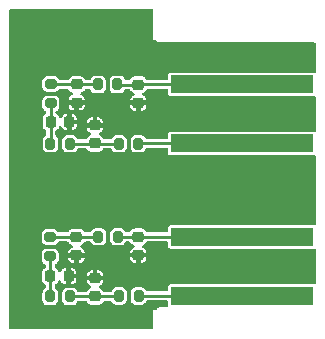
<source format=gbl>
G04 #@! TF.GenerationSoftware,KiCad,Pcbnew,(6.0.0)*
G04 #@! TF.CreationDate,2022-02-22T08:31:50+01:00*
G04 #@! TF.ProjectId,FilterDaughterboard,46696c74-6572-4446-9175-676874657262,rev?*
G04 #@! TF.SameCoordinates,Original*
G04 #@! TF.FileFunction,Copper,L4,Bot*
G04 #@! TF.FilePolarity,Positive*
%FSLAX46Y46*%
G04 Gerber Fmt 4.6, Leading zero omitted, Abs format (unit mm)*
G04 Created by KiCad (PCBNEW (6.0.0)) date 2022-02-22 08:31:50*
%MOMM*%
%LPD*%
G01*
G04 APERTURE LIST*
G04 Aperture macros list*
%AMRoundRect*
0 Rectangle with rounded corners*
0 $1 Rounding radius*
0 $2 $3 $4 $5 $6 $7 $8 $9 X,Y pos of 4 corners*
0 Add a 4 corners polygon primitive as box body*
4,1,4,$2,$3,$4,$5,$6,$7,$8,$9,$2,$3,0*
0 Add four circle primitives for the rounded corners*
1,1,$1+$1,$2,$3*
1,1,$1+$1,$4,$5*
1,1,$1+$1,$6,$7*
1,1,$1+$1,$8,$9*
0 Add four rect primitives between the rounded corners*
20,1,$1+$1,$2,$3,$4,$5,0*
20,1,$1+$1,$4,$5,$6,$7,0*
20,1,$1+$1,$6,$7,$8,$9,0*
20,1,$1+$1,$8,$9,$2,$3,0*%
G04 Aperture macros list end*
G04 #@! TA.AperFunction,SMDPad,CuDef*
%ADD10R,10.000000X1.500000*%
G04 #@! TD*
G04 #@! TA.AperFunction,SMDPad,CuDef*
%ADD11R,11.999999X1.500000*%
G04 #@! TD*
G04 #@! TA.AperFunction,SMDPad,CuDef*
%ADD12RoundRect,0.225000X0.250000X-0.225000X0.250000X0.225000X-0.250000X0.225000X-0.250000X-0.225000X0*%
G04 #@! TD*
G04 #@! TA.AperFunction,SMDPad,CuDef*
%ADD13RoundRect,0.225000X-0.225000X-0.250000X0.225000X-0.250000X0.225000X0.250000X-0.225000X0.250000X0*%
G04 #@! TD*
G04 #@! TA.AperFunction,SMDPad,CuDef*
%ADD14RoundRect,0.200000X-0.200000X-0.275000X0.200000X-0.275000X0.200000X0.275000X-0.200000X0.275000X0*%
G04 #@! TD*
G04 #@! TA.AperFunction,SMDPad,CuDef*
%ADD15RoundRect,0.200000X-0.275000X0.200000X-0.275000X-0.200000X0.275000X-0.200000X0.275000X0.200000X0*%
G04 #@! TD*
G04 #@! TA.AperFunction,SMDPad,CuDef*
%ADD16RoundRect,0.200000X0.200000X0.275000X-0.200000X0.275000X-0.200000X-0.275000X0.200000X-0.275000X0*%
G04 #@! TD*
G04 #@! TA.AperFunction,SMDPad,CuDef*
%ADD17RoundRect,0.225000X-0.250000X0.225000X-0.250000X-0.225000X0.250000X-0.225000X0.250000X0.225000X0*%
G04 #@! TD*
G04 #@! TA.AperFunction,ViaPad*
%ADD18C,0.762000*%
G04 #@! TD*
G04 #@! TA.AperFunction,Conductor*
%ADD19C,0.254000*%
G04 #@! TD*
G04 APERTURE END LIST*
D10*
X104612200Y-127787400D03*
D11*
X103612200Y-130287400D03*
X103612200Y-132787400D03*
X103612200Y-135287400D03*
X103612200Y-140687400D03*
X103612200Y-143187400D03*
X103612200Y-145687400D03*
X103612200Y-148187400D03*
D12*
X91150000Y-135285000D03*
X91150000Y-133735000D03*
D13*
X87365000Y-146510000D03*
X88915000Y-146510000D03*
D14*
X87385000Y-135300000D03*
X89035000Y-135300000D03*
D15*
X87420000Y-130245000D03*
X87420000Y-131895000D03*
D16*
X93045000Y-130290000D03*
X91395000Y-130290000D03*
D14*
X93195000Y-148200000D03*
X94845000Y-148200000D03*
X87365000Y-148240000D03*
X89015000Y-148240000D03*
D15*
X87370000Y-143205000D03*
X87370000Y-144855000D03*
D13*
X87425000Y-133470000D03*
X88975000Y-133470000D03*
D17*
X94830000Y-130295000D03*
X94830000Y-131845000D03*
X94820000Y-143185000D03*
X94820000Y-144735000D03*
D14*
X93175000Y-135300000D03*
X94825000Y-135300000D03*
D12*
X91160000Y-148235000D03*
X91160000Y-146685000D03*
D16*
X93095000Y-143180000D03*
X91445000Y-143180000D03*
D17*
X89600000Y-130285000D03*
X89600000Y-131835000D03*
X89590000Y-143195000D03*
X89590000Y-144745000D03*
D18*
X88520000Y-131550000D03*
X103590000Y-137940000D03*
X92190000Y-134040000D03*
X90010000Y-134030000D03*
X90670000Y-131550000D03*
X93760000Y-131550000D03*
X105770000Y-137940000D03*
X88524078Y-144410000D03*
X93770000Y-144410000D03*
X92380000Y-146680000D03*
X87000000Y-137940000D03*
X89900000Y-129150000D03*
X92260000Y-129110000D03*
X89180000Y-137940000D03*
X94450000Y-137940000D03*
X90090000Y-141790000D03*
X92270000Y-137940000D03*
X92270000Y-141800000D03*
X90640000Y-144410000D03*
X90020000Y-146790000D03*
D19*
X94837600Y-135287400D02*
X94825000Y-135300000D01*
X103612200Y-135287400D02*
X94837600Y-135287400D01*
X87425000Y-133470000D02*
X87425000Y-135260000D01*
X87420000Y-133465000D02*
X87425000Y-133470000D01*
X87420000Y-131895000D02*
X87420000Y-133465000D01*
X87425000Y-135260000D02*
X87385000Y-135300000D01*
X89600000Y-130285000D02*
X87460000Y-130285000D01*
X91395000Y-130290000D02*
X89605000Y-130290000D01*
X87460000Y-130285000D02*
X87420000Y-130245000D01*
X89605000Y-130290000D02*
X89600000Y-130285000D01*
X94857600Y-148187400D02*
X103612200Y-148187400D01*
X94845000Y-148200000D02*
X94857600Y-148187400D01*
X94837600Y-130287400D02*
X94830000Y-130295000D01*
X93050000Y-130295000D02*
X93045000Y-130290000D01*
X103612200Y-130287400D02*
X94837600Y-130287400D01*
X94830000Y-130295000D02*
X93050000Y-130295000D01*
X94822400Y-143187400D02*
X94820000Y-143185000D01*
X93100000Y-143185000D02*
X93095000Y-143180000D01*
X94820000Y-143185000D02*
X93100000Y-143185000D01*
X103612200Y-143187400D02*
X94822400Y-143187400D01*
X93175000Y-135300000D02*
X91165000Y-135300000D01*
X91135000Y-135300000D02*
X91150000Y-135285000D01*
X89035000Y-135300000D02*
X91135000Y-135300000D01*
X91165000Y-135300000D02*
X91150000Y-135285000D01*
X91160000Y-148235000D02*
X93160000Y-148235000D01*
X91155000Y-148240000D02*
X91160000Y-148235000D01*
X89015000Y-148240000D02*
X91155000Y-148240000D01*
X93160000Y-148235000D02*
X93195000Y-148200000D01*
X87365000Y-146510000D02*
X87365000Y-148240000D01*
X87370000Y-146505000D02*
X87365000Y-146510000D01*
X87370000Y-144855000D02*
X87370000Y-146505000D01*
X89590000Y-143195000D02*
X91430000Y-143195000D01*
X87380000Y-143195000D02*
X87370000Y-143205000D01*
X89590000Y-143195000D02*
X87380000Y-143195000D01*
X91430000Y-143195000D02*
X91445000Y-143180000D01*
G04 #@! TA.AperFunction,Conductor*
G36*
X97299823Y-148588902D02*
G01*
X97346316Y-148642558D01*
X97357702Y-148694900D01*
X97357702Y-148962466D01*
X97358909Y-148968534D01*
X97358909Y-148968535D01*
X97368911Y-149018820D01*
X97362582Y-149089534D01*
X97319027Y-149145601D01*
X97245332Y-149169400D01*
X96602670Y-149169400D01*
X96563122Y-149169365D01*
X96563120Y-149169365D01*
X96548933Y-149169353D01*
X96536143Y-149175495D01*
X96532074Y-149176419D01*
X96521272Y-149180192D01*
X96517516Y-149181999D01*
X96503679Y-149185156D01*
X96492581Y-149194000D01*
X96488491Y-149195968D01*
X96479727Y-149201466D01*
X96476178Y-149204289D01*
X96463387Y-149210431D01*
X96454526Y-149221511D01*
X96451266Y-149224104D01*
X96443160Y-149232196D01*
X96440560Y-149235453D01*
X96429463Y-149244296D01*
X96423299Y-149257074D01*
X96420472Y-149260616D01*
X96414953Y-149269381D01*
X96412980Y-149273462D01*
X96404118Y-149284544D01*
X96400938Y-149298372D01*
X96397135Y-149306239D01*
X96349479Y-149358864D01*
X96283695Y-149377400D01*
X95580200Y-149377400D01*
X95580200Y-148568900D01*
X97231702Y-148568900D01*
X97299823Y-148588902D01*
G37*
G04 #@! TD.AperFunction*
G04 #@! TA.AperFunction,Conductor*
G36*
X97299823Y-143588902D02*
G01*
X97346316Y-143642558D01*
X97357702Y-143694900D01*
X97357702Y-143962466D01*
X97372467Y-144036701D01*
X97428717Y-144120884D01*
X97512900Y-144177134D01*
X97587134Y-144191900D01*
X103611713Y-144191900D01*
X109637265Y-144191899D01*
X109670834Y-144185222D01*
X109699621Y-144179497D01*
X109770335Y-144185826D01*
X109826401Y-144229382D01*
X109850200Y-144303076D01*
X109850200Y-147071724D01*
X109830198Y-147139845D01*
X109776542Y-147186338D01*
X109699619Y-147195303D01*
X109637266Y-147182900D01*
X103612688Y-147182900D01*
X97587135Y-147182901D01*
X97551383Y-147190012D01*
X97525075Y-147195244D01*
X97525073Y-147195245D01*
X97512900Y-147197666D01*
X97502580Y-147204561D01*
X97502579Y-147204562D01*
X97442186Y-147244916D01*
X97428717Y-147253916D01*
X97372467Y-147338099D01*
X97357701Y-147412333D01*
X97357701Y-147679900D01*
X97337699Y-147748021D01*
X97284043Y-147794514D01*
X97231701Y-147805900D01*
X95580200Y-147805900D01*
X95580200Y-143568900D01*
X97231702Y-143568900D01*
X97299823Y-143588902D01*
G37*
G04 #@! TD.AperFunction*
G04 #@! TA.AperFunction,Conductor*
G36*
X97299823Y-135688902D02*
G01*
X97346316Y-135742558D01*
X97357702Y-135794900D01*
X97357702Y-136062466D01*
X97372467Y-136136701D01*
X97428717Y-136220884D01*
X97512900Y-136277134D01*
X97587134Y-136291900D01*
X103611713Y-136291900D01*
X109637265Y-136291899D01*
X109670834Y-136285222D01*
X109699621Y-136279497D01*
X109770335Y-136285826D01*
X109826401Y-136329382D01*
X109850200Y-136403076D01*
X109850200Y-142071724D01*
X109830198Y-142139845D01*
X109776542Y-142186338D01*
X109699619Y-142195303D01*
X109637266Y-142182900D01*
X103612688Y-142182900D01*
X97587135Y-142182901D01*
X97551383Y-142190012D01*
X97525075Y-142195244D01*
X97525073Y-142195245D01*
X97512900Y-142197666D01*
X97502580Y-142204561D01*
X97502579Y-142204562D01*
X97442186Y-142244916D01*
X97428717Y-142253916D01*
X97372467Y-142338099D01*
X97357701Y-142412333D01*
X97357701Y-142679900D01*
X97337699Y-142748021D01*
X97284043Y-142794514D01*
X97231701Y-142805900D01*
X95580200Y-142805900D01*
X95580200Y-135668900D01*
X97231702Y-135668900D01*
X97299823Y-135688902D01*
G37*
G04 #@! TD.AperFunction*
G04 #@! TA.AperFunction,Conductor*
G36*
X97299823Y-130688902D02*
G01*
X97346316Y-130742558D01*
X97357702Y-130794900D01*
X97357702Y-131062466D01*
X97372467Y-131136701D01*
X97428717Y-131220884D01*
X97512900Y-131277134D01*
X97587134Y-131291900D01*
X103611713Y-131291900D01*
X109637265Y-131291899D01*
X109670834Y-131285222D01*
X109699621Y-131279497D01*
X109770335Y-131285826D01*
X109826401Y-131329382D01*
X109850200Y-131403076D01*
X109850200Y-134171724D01*
X109830198Y-134239845D01*
X109776542Y-134286338D01*
X109699619Y-134295303D01*
X109637266Y-134282900D01*
X103612688Y-134282900D01*
X97587135Y-134282901D01*
X97551383Y-134290012D01*
X97525075Y-134295244D01*
X97525073Y-134295245D01*
X97512900Y-134297666D01*
X97502580Y-134304561D01*
X97502579Y-134304562D01*
X97442186Y-134344916D01*
X97428717Y-134353916D01*
X97372467Y-134438099D01*
X97357701Y-134512333D01*
X97357701Y-134779900D01*
X97337699Y-134848021D01*
X97284043Y-134894514D01*
X97231701Y-134905900D01*
X95580200Y-134905900D01*
X95580200Y-130668900D01*
X97231702Y-130668900D01*
X97299823Y-130688902D01*
G37*
G04 #@! TD.AperFunction*
G04 #@! TA.AperFunction,Conductor*
G36*
X96351859Y-126537402D02*
G01*
X96397274Y-126588759D01*
X96400800Y-126596085D01*
X96403956Y-126609921D01*
X96412800Y-126621019D01*
X96414768Y-126625109D01*
X96420266Y-126633873D01*
X96423089Y-126637422D01*
X96429231Y-126650213D01*
X96440311Y-126659074D01*
X96442904Y-126662334D01*
X96450996Y-126670440D01*
X96454253Y-126673040D01*
X96463096Y-126684137D01*
X96475874Y-126690301D01*
X96479416Y-126693128D01*
X96488182Y-126698648D01*
X96492264Y-126700621D01*
X96503344Y-126709482D01*
X96517169Y-126712661D01*
X96520923Y-126714476D01*
X96531727Y-126718270D01*
X96535792Y-126719201D01*
X96548570Y-126725364D01*
X96572501Y-126725385D01*
X96572499Y-126727608D01*
X96572567Y-126727623D01*
X96572567Y-126725400D01*
X96589730Y-126725400D01*
X96643146Y-126725447D01*
X96643467Y-126725447D01*
X96643565Y-126725400D01*
X109724200Y-126725400D01*
X109792321Y-126745402D01*
X109838814Y-126799058D01*
X109850200Y-126851400D01*
X109850200Y-129171724D01*
X109830198Y-129239845D01*
X109776542Y-129286338D01*
X109699619Y-129295303D01*
X109637266Y-129282900D01*
X103612687Y-129282900D01*
X97587135Y-129282901D01*
X97551383Y-129290012D01*
X97525075Y-129295244D01*
X97525073Y-129295245D01*
X97512900Y-129297666D01*
X97502580Y-129304561D01*
X97502579Y-129304562D01*
X97442186Y-129344916D01*
X97428717Y-129353916D01*
X97372467Y-129438099D01*
X97357701Y-129512333D01*
X97357701Y-129779900D01*
X97337699Y-129848021D01*
X97284043Y-129894514D01*
X97231701Y-129905900D01*
X95580200Y-129905900D01*
X95580200Y-126517400D01*
X96283738Y-126517400D01*
X96351859Y-126537402D01*
G37*
G04 #@! TD.AperFunction*
G04 #@! TA.AperFunction,Conductor*
G36*
X96030321Y-123921202D02*
G01*
X96076814Y-123974858D01*
X96088200Y-124027200D01*
X96088200Y-129779900D01*
X96068198Y-129848021D01*
X96014542Y-129894514D01*
X95962200Y-129905900D01*
X95615653Y-129905900D01*
X95547532Y-129885898D01*
X95506680Y-129842068D01*
X95504917Y-129837365D01*
X95499535Y-129830183D01*
X95427923Y-129734633D01*
X95422544Y-129727456D01*
X95372554Y-129689990D01*
X95319817Y-129650465D01*
X95319814Y-129650463D01*
X95312635Y-129645083D01*
X95304230Y-129641932D01*
X95191419Y-129599642D01*
X95191418Y-129599642D01*
X95184024Y-129596870D01*
X95176174Y-129596017D01*
X95176173Y-129596017D01*
X95128786Y-129590869D01*
X95128785Y-129590869D01*
X95125389Y-129590500D01*
X94830044Y-129590500D01*
X94534612Y-129590501D01*
X94531218Y-129590870D01*
X94531212Y-129590870D01*
X94483834Y-129596016D01*
X94483830Y-129596017D01*
X94475976Y-129596870D01*
X94383335Y-129631599D01*
X94359684Y-129640465D01*
X94347365Y-129645083D01*
X94340186Y-129650463D01*
X94340183Y-129650465D01*
X94287446Y-129689990D01*
X94237456Y-129727456D01*
X94155083Y-129837365D01*
X94151931Y-129845772D01*
X94150709Y-129848005D01*
X94100452Y-129898153D01*
X94040187Y-129913500D01*
X93780390Y-129913500D01*
X93712269Y-129893498D01*
X93665776Y-129839842D01*
X93661507Y-129829248D01*
X93654331Y-129808812D01*
X93654329Y-129808808D01*
X93651209Y-129799924D01*
X93570010Y-129689990D01*
X93460076Y-129608791D01*
X93331127Y-129563507D01*
X93323485Y-129562785D01*
X93323482Y-129562784D01*
X93308579Y-129561376D01*
X93299315Y-129560500D01*
X93045172Y-129560500D01*
X92790686Y-129560501D01*
X92787738Y-129560780D01*
X92787729Y-129560780D01*
X92766522Y-129562784D01*
X92766520Y-129562784D01*
X92758873Y-129563507D01*
X92629924Y-129608791D01*
X92519990Y-129689990D01*
X92438791Y-129799924D01*
X92393507Y-129928873D01*
X92390500Y-129960685D01*
X92390501Y-130619314D01*
X92393507Y-130651127D01*
X92438791Y-130780076D01*
X92519990Y-130890010D01*
X92629924Y-130971209D01*
X92758873Y-131016493D01*
X92766515Y-131017215D01*
X92766518Y-131017216D01*
X92781421Y-131018624D01*
X92790685Y-131019500D01*
X93044828Y-131019500D01*
X93299314Y-131019499D01*
X93302262Y-131019220D01*
X93302271Y-131019220D01*
X93323478Y-131017216D01*
X93323480Y-131017216D01*
X93331127Y-131016493D01*
X93460076Y-130971209D01*
X93570010Y-130890010D01*
X93651209Y-130780076D01*
X93654329Y-130771192D01*
X93654331Y-130771188D01*
X93657997Y-130760748D01*
X93699441Y-130703104D01*
X93765471Y-130677017D01*
X93776878Y-130676500D01*
X94040187Y-130676500D01*
X94108308Y-130696502D01*
X94150709Y-130741995D01*
X94151931Y-130744228D01*
X94155083Y-130752635D01*
X94237456Y-130862544D01*
X94244633Y-130867923D01*
X94340183Y-130939535D01*
X94340186Y-130939537D01*
X94347365Y-130944917D01*
X94355769Y-130948067D01*
X94355770Y-130948068D01*
X94432532Y-130976844D01*
X94489297Y-131019485D01*
X94513997Y-131086046D01*
X94498790Y-131155395D01*
X94448504Y-131205514D01*
X94430053Y-131213708D01*
X94383986Y-131229886D01*
X94367521Y-131238603D01*
X94277935Y-131304772D01*
X94264772Y-131317935D01*
X94198603Y-131407521D01*
X94189885Y-131423988D01*
X94152410Y-131530700D01*
X94149142Y-131545592D01*
X94147279Y-131565307D01*
X94147000Y-131571221D01*
X94147000Y-131626885D01*
X94151475Y-131642124D01*
X94152865Y-131643329D01*
X94160548Y-131645000D01*
X95494884Y-131645000D01*
X95510123Y-131640525D01*
X95511328Y-131639135D01*
X95512999Y-131631452D01*
X95512999Y-131571225D01*
X95512720Y-131565301D01*
X95510858Y-131545596D01*
X95507589Y-131530697D01*
X95470115Y-131423988D01*
X95461397Y-131407521D01*
X95395228Y-131317935D01*
X95382065Y-131304772D01*
X95292479Y-131238603D01*
X95276014Y-131229886D01*
X95229947Y-131213708D01*
X95172302Y-131172265D01*
X95146215Y-131106235D01*
X95159966Y-131036583D01*
X95209192Y-130985422D01*
X95227468Y-130976844D01*
X95304230Y-130948068D01*
X95304231Y-130948067D01*
X95312635Y-130944917D01*
X95319814Y-130939537D01*
X95319817Y-130939535D01*
X95415367Y-130867923D01*
X95422544Y-130862544D01*
X95504917Y-130752635D01*
X95508069Y-130744227D01*
X95512377Y-130736358D01*
X95515230Y-130737920D01*
X95548299Y-130693902D01*
X95614862Y-130669206D01*
X95623635Y-130668900D01*
X95962200Y-130668900D01*
X96030321Y-130688902D01*
X96076814Y-130742558D01*
X96088200Y-130794900D01*
X96088200Y-134779900D01*
X96068198Y-134848021D01*
X96014542Y-134894514D01*
X95962200Y-134905900D01*
X95554209Y-134905900D01*
X95486088Y-134885898D01*
X95439595Y-134832242D01*
X95435328Y-134821653D01*
X95434330Y-134818811D01*
X95431209Y-134809924D01*
X95350010Y-134699990D01*
X95240076Y-134618791D01*
X95111127Y-134573507D01*
X95103485Y-134572785D01*
X95103482Y-134572784D01*
X95088579Y-134571376D01*
X95079315Y-134570500D01*
X94825172Y-134570500D01*
X94570686Y-134570501D01*
X94567738Y-134570780D01*
X94567729Y-134570780D01*
X94546522Y-134572784D01*
X94546520Y-134572784D01*
X94538873Y-134573507D01*
X94409924Y-134618791D01*
X94299990Y-134699990D01*
X94218791Y-134809924D01*
X94173507Y-134938873D01*
X94170500Y-134970685D01*
X94170501Y-135629314D01*
X94170780Y-135632262D01*
X94170780Y-135632271D01*
X94172784Y-135653478D01*
X94173507Y-135661127D01*
X94218791Y-135790076D01*
X94299990Y-135900010D01*
X94409924Y-135981209D01*
X94538873Y-136026493D01*
X94546515Y-136027215D01*
X94546518Y-136027216D01*
X94561421Y-136028624D01*
X94570685Y-136029500D01*
X94824828Y-136029500D01*
X95079314Y-136029499D01*
X95082262Y-136029220D01*
X95082271Y-136029220D01*
X95103478Y-136027216D01*
X95103480Y-136027216D01*
X95111127Y-136026493D01*
X95240076Y-135981209D01*
X95350010Y-135900010D01*
X95431209Y-135790076D01*
X95434329Y-135781192D01*
X95434331Y-135781188D01*
X95444176Y-135753152D01*
X95485619Y-135695506D01*
X95551649Y-135669418D01*
X95563059Y-135668900D01*
X95962200Y-135668900D01*
X96030321Y-135688902D01*
X96076814Y-135742558D01*
X96088200Y-135794900D01*
X96088200Y-142679900D01*
X96068198Y-142748021D01*
X96014542Y-142794514D01*
X95962200Y-142805900D01*
X95611127Y-142805900D01*
X95543006Y-142785898D01*
X95500605Y-142740406D01*
X95498070Y-142735776D01*
X95494917Y-142727365D01*
X95412544Y-142617456D01*
X95387640Y-142598791D01*
X95309817Y-142540465D01*
X95309814Y-142540463D01*
X95302635Y-142535083D01*
X95220752Y-142504387D01*
X95181419Y-142489642D01*
X95181418Y-142489642D01*
X95174024Y-142486870D01*
X95166174Y-142486017D01*
X95166173Y-142486017D01*
X95118786Y-142480869D01*
X95118785Y-142480869D01*
X95115389Y-142480500D01*
X94820044Y-142480500D01*
X94524612Y-142480501D01*
X94521218Y-142480870D01*
X94521212Y-142480870D01*
X94473834Y-142486016D01*
X94473830Y-142486017D01*
X94465976Y-142486870D01*
X94337365Y-142535083D01*
X94330186Y-142540463D01*
X94330183Y-142540465D01*
X94252360Y-142598791D01*
X94227456Y-142617456D01*
X94145083Y-142727365D01*
X94141931Y-142735772D01*
X94140709Y-142738005D01*
X94090452Y-142788153D01*
X94030187Y-142803500D01*
X93830390Y-142803500D01*
X93762269Y-142783498D01*
X93715776Y-142729842D01*
X93711507Y-142719248D01*
X93704331Y-142698812D01*
X93704329Y-142698808D01*
X93701209Y-142689924D01*
X93620010Y-142579990D01*
X93510076Y-142498791D01*
X93381127Y-142453507D01*
X93373485Y-142452785D01*
X93373482Y-142452784D01*
X93358579Y-142451376D01*
X93349315Y-142450500D01*
X93095172Y-142450500D01*
X92840686Y-142450501D01*
X92837738Y-142450780D01*
X92837729Y-142450780D01*
X92816522Y-142452784D01*
X92816520Y-142452784D01*
X92808873Y-142453507D01*
X92679924Y-142498791D01*
X92569990Y-142579990D01*
X92488791Y-142689924D01*
X92443507Y-142818873D01*
X92440500Y-142850685D01*
X92440501Y-143509314D01*
X92443507Y-143541127D01*
X92488791Y-143670076D01*
X92569990Y-143780010D01*
X92679924Y-143861209D01*
X92808873Y-143906493D01*
X92816515Y-143907215D01*
X92816518Y-143907216D01*
X92831421Y-143908624D01*
X92840685Y-143909500D01*
X93094828Y-143909500D01*
X93349314Y-143909499D01*
X93352262Y-143909220D01*
X93352271Y-143909220D01*
X93373478Y-143907216D01*
X93373480Y-143907216D01*
X93381127Y-143906493D01*
X93510076Y-143861209D01*
X93620010Y-143780010D01*
X93701209Y-143670076D01*
X93704329Y-143661192D01*
X93704331Y-143661188D01*
X93707997Y-143650748D01*
X93749441Y-143593104D01*
X93815471Y-143567017D01*
X93826878Y-143566500D01*
X94030187Y-143566500D01*
X94098308Y-143586502D01*
X94140709Y-143631995D01*
X94141931Y-143634228D01*
X94145083Y-143642635D01*
X94227456Y-143752544D01*
X94234633Y-143757923D01*
X94330183Y-143829535D01*
X94330186Y-143829537D01*
X94337365Y-143834917D01*
X94345769Y-143838067D01*
X94345770Y-143838068D01*
X94422532Y-143866844D01*
X94479297Y-143909485D01*
X94503997Y-143976046D01*
X94488790Y-144045395D01*
X94438504Y-144095514D01*
X94420053Y-144103708D01*
X94373986Y-144119886D01*
X94357521Y-144128603D01*
X94267935Y-144194772D01*
X94254772Y-144207935D01*
X94188603Y-144297521D01*
X94179885Y-144313988D01*
X94142410Y-144420700D01*
X94139142Y-144435592D01*
X94137279Y-144455307D01*
X94137000Y-144461221D01*
X94137000Y-144516885D01*
X94141475Y-144532124D01*
X94142865Y-144533329D01*
X94150548Y-144535000D01*
X95484884Y-144535000D01*
X95500123Y-144530525D01*
X95501328Y-144529135D01*
X95502999Y-144521452D01*
X95502999Y-144461225D01*
X95502720Y-144455301D01*
X95500858Y-144435596D01*
X95497589Y-144420697D01*
X95460115Y-144313988D01*
X95451397Y-144297521D01*
X95385228Y-144207935D01*
X95372065Y-144194772D01*
X95282479Y-144128603D01*
X95266014Y-144119886D01*
X95219947Y-144103708D01*
X95162302Y-144062265D01*
X95136215Y-143996235D01*
X95149966Y-143926583D01*
X95199192Y-143875422D01*
X95217468Y-143866844D01*
X95294230Y-143838068D01*
X95294231Y-143838067D01*
X95302635Y-143834917D01*
X95309814Y-143829537D01*
X95309817Y-143829535D01*
X95405367Y-143757923D01*
X95412544Y-143752544D01*
X95417923Y-143745367D01*
X95489537Y-143649814D01*
X95489538Y-143649812D01*
X95494917Y-143642635D01*
X95498023Y-143634349D01*
X95548238Y-143584245D01*
X95608500Y-143568900D01*
X95962200Y-143568900D01*
X96030321Y-143588902D01*
X96076814Y-143642558D01*
X96088200Y-143694900D01*
X96088200Y-147679900D01*
X96068198Y-147748021D01*
X96014542Y-147794514D01*
X95962200Y-147805900D01*
X95574209Y-147805900D01*
X95506088Y-147785898D01*
X95459595Y-147732242D01*
X95455328Y-147721653D01*
X95454330Y-147718811D01*
X95451209Y-147709924D01*
X95370010Y-147599990D01*
X95260076Y-147518791D01*
X95131127Y-147473507D01*
X95123485Y-147472785D01*
X95123482Y-147472784D01*
X95108579Y-147471376D01*
X95099315Y-147470500D01*
X94845172Y-147470500D01*
X94590686Y-147470501D01*
X94587738Y-147470780D01*
X94587729Y-147470780D01*
X94566522Y-147472784D01*
X94566520Y-147472784D01*
X94558873Y-147473507D01*
X94429924Y-147518791D01*
X94319990Y-147599990D01*
X94238791Y-147709924D01*
X94193507Y-147838873D01*
X94190500Y-147870685D01*
X94190501Y-148529314D01*
X94190780Y-148532262D01*
X94190780Y-148532271D01*
X94192784Y-148553478D01*
X94193507Y-148561127D01*
X94196052Y-148568374D01*
X94196053Y-148568377D01*
X94200949Y-148582320D01*
X94238791Y-148690076D01*
X94319990Y-148800010D01*
X94429924Y-148881209D01*
X94558873Y-148926493D01*
X94566515Y-148927215D01*
X94566518Y-148927216D01*
X94581421Y-148928624D01*
X94590685Y-148929500D01*
X94844828Y-148929500D01*
X95099314Y-148929499D01*
X95102262Y-148929220D01*
X95102271Y-148929220D01*
X95123478Y-148927216D01*
X95123480Y-148927216D01*
X95131127Y-148926493D01*
X95260076Y-148881209D01*
X95370010Y-148800010D01*
X95451209Y-148690076D01*
X95454329Y-148681192D01*
X95454331Y-148681188D01*
X95464176Y-148653152D01*
X95505619Y-148595506D01*
X95571649Y-148569418D01*
X95583059Y-148568900D01*
X95962200Y-148568900D01*
X96030321Y-148588902D01*
X96076814Y-148642558D01*
X96088200Y-148694900D01*
X96088200Y-150902400D01*
X96068198Y-150970521D01*
X96014542Y-151017014D01*
X95962200Y-151028400D01*
X84022200Y-151028400D01*
X83954079Y-151008398D01*
X83907586Y-150954742D01*
X83896200Y-150902400D01*
X83896200Y-144600685D01*
X86640500Y-144600685D01*
X86640501Y-145109314D01*
X86643507Y-145141127D01*
X86688791Y-145270076D01*
X86769990Y-145380010D01*
X86777561Y-145385602D01*
X86872351Y-145455616D01*
X86872354Y-145455617D01*
X86879924Y-145461209D01*
X86904250Y-145469752D01*
X86961894Y-145511195D01*
X86987982Y-145577224D01*
X86988500Y-145588634D01*
X86988500Y-145717449D01*
X86968498Y-145785570D01*
X86923007Y-145827970D01*
X86915769Y-145831933D01*
X86907365Y-145835083D01*
X86797456Y-145917456D01*
X86792077Y-145924633D01*
X86720465Y-146020183D01*
X86720463Y-146020186D01*
X86715083Y-146027365D01*
X86711933Y-146035769D01*
X86711932Y-146035770D01*
X86708429Y-146045116D01*
X86666870Y-146155976D01*
X86666017Y-146163826D01*
X86666017Y-146163827D01*
X86665271Y-146170697D01*
X86660500Y-146214611D01*
X86660501Y-146805388D01*
X86660870Y-146808782D01*
X86660870Y-146808788D01*
X86665271Y-146849300D01*
X86666870Y-146864024D01*
X86701354Y-146956012D01*
X86704611Y-146964699D01*
X86715083Y-146992635D01*
X86720463Y-146999814D01*
X86720465Y-146999817D01*
X86792077Y-147095367D01*
X86797456Y-147102544D01*
X86907365Y-147184917D01*
X86915772Y-147188069D01*
X86918005Y-147189291D01*
X86968153Y-147239548D01*
X86983500Y-147299813D01*
X86983500Y-147470413D01*
X86963498Y-147538534D01*
X86932360Y-147571764D01*
X86839990Y-147639990D01*
X86758791Y-147749924D01*
X86713507Y-147878873D01*
X86710500Y-147910685D01*
X86710501Y-148569314D01*
X86713507Y-148601127D01*
X86758791Y-148730076D01*
X86839990Y-148840010D01*
X86949924Y-148921209D01*
X87078873Y-148966493D01*
X87086515Y-148967215D01*
X87086518Y-148967216D01*
X87101421Y-148968624D01*
X87110685Y-148969500D01*
X87364828Y-148969500D01*
X87619314Y-148969499D01*
X87622262Y-148969220D01*
X87622271Y-148969220D01*
X87643478Y-148967216D01*
X87643480Y-148967216D01*
X87651127Y-148966493D01*
X87780076Y-148921209D01*
X87890010Y-148840010D01*
X87971209Y-148730076D01*
X88016493Y-148601127D01*
X88019500Y-148569315D01*
X88019499Y-147910686D01*
X88019499Y-147910685D01*
X88360500Y-147910685D01*
X88360501Y-148569314D01*
X88363507Y-148601127D01*
X88408791Y-148730076D01*
X88489990Y-148840010D01*
X88599924Y-148921209D01*
X88728873Y-148966493D01*
X88736515Y-148967215D01*
X88736518Y-148967216D01*
X88751421Y-148968624D01*
X88760685Y-148969500D01*
X89014828Y-148969500D01*
X89269314Y-148969499D01*
X89272262Y-148969220D01*
X89272271Y-148969220D01*
X89293478Y-148967216D01*
X89293480Y-148967216D01*
X89301127Y-148966493D01*
X89430076Y-148921209D01*
X89540010Y-148840010D01*
X89575147Y-148792439D01*
X89615616Y-148737649D01*
X89615617Y-148737646D01*
X89621209Y-148730076D01*
X89629752Y-148705750D01*
X89671195Y-148648106D01*
X89737224Y-148622018D01*
X89748634Y-148621500D01*
X90372924Y-148621500D01*
X90441045Y-148641502D01*
X90482648Y-148686138D01*
X90485083Y-148692635D01*
X90567456Y-148802544D01*
X90574633Y-148807923D01*
X90670183Y-148879535D01*
X90670186Y-148879537D01*
X90677365Y-148884917D01*
X90685769Y-148888067D01*
X90685770Y-148888068D01*
X90798581Y-148930358D01*
X90798582Y-148930358D01*
X90805976Y-148933130D01*
X90813826Y-148933983D01*
X90813827Y-148933983D01*
X90861205Y-148939130D01*
X90864611Y-148939500D01*
X91159956Y-148939500D01*
X91455388Y-148939499D01*
X91458782Y-148939130D01*
X91458788Y-148939130D01*
X91506166Y-148933984D01*
X91506170Y-148933983D01*
X91514024Y-148933130D01*
X91642635Y-148884917D01*
X91649814Y-148879537D01*
X91649817Y-148879535D01*
X91745367Y-148807923D01*
X91752544Y-148802544D01*
X91834917Y-148692635D01*
X91838069Y-148684228D01*
X91839291Y-148681995D01*
X91889548Y-148631847D01*
X91949813Y-148616500D01*
X92475561Y-148616500D01*
X92543682Y-148636502D01*
X92586237Y-148682803D01*
X92588791Y-148690076D01*
X92669990Y-148800010D01*
X92779924Y-148881209D01*
X92908873Y-148926493D01*
X92916515Y-148927215D01*
X92916518Y-148927216D01*
X92931421Y-148928624D01*
X92940685Y-148929500D01*
X93194828Y-148929500D01*
X93449314Y-148929499D01*
X93452262Y-148929220D01*
X93452271Y-148929220D01*
X93473478Y-148927216D01*
X93473480Y-148927216D01*
X93481127Y-148926493D01*
X93610076Y-148881209D01*
X93720010Y-148800010D01*
X93801209Y-148690076D01*
X93846493Y-148561127D01*
X93849500Y-148529315D01*
X93849499Y-147870686D01*
X93847400Y-147848466D01*
X93847216Y-147846522D01*
X93847215Y-147846518D01*
X93846493Y-147838873D01*
X93801209Y-147709924D01*
X93720010Y-147599990D01*
X93610076Y-147518791D01*
X93481127Y-147473507D01*
X93473485Y-147472785D01*
X93473482Y-147472784D01*
X93458579Y-147471376D01*
X93449315Y-147470500D01*
X93195172Y-147470500D01*
X92940686Y-147470501D01*
X92937738Y-147470780D01*
X92937729Y-147470780D01*
X92916522Y-147472784D01*
X92916520Y-147472784D01*
X92908873Y-147473507D01*
X92779924Y-147518791D01*
X92669990Y-147599990D01*
X92588791Y-147709924D01*
X92575412Y-147748021D01*
X92567957Y-147769250D01*
X92526514Y-147826895D01*
X92460484Y-147852982D01*
X92449075Y-147853500D01*
X91949813Y-147853500D01*
X91881692Y-147833498D01*
X91839291Y-147788005D01*
X91838069Y-147785772D01*
X91834917Y-147777365D01*
X91752544Y-147667456D01*
X91745367Y-147662077D01*
X91649817Y-147590465D01*
X91649814Y-147590463D01*
X91642635Y-147585083D01*
X91557468Y-147553156D01*
X91500703Y-147510515D01*
X91476003Y-147443954D01*
X91491210Y-147374605D01*
X91541496Y-147324486D01*
X91559947Y-147316292D01*
X91606014Y-147300114D01*
X91622479Y-147291397D01*
X91712065Y-147225228D01*
X91725228Y-147212065D01*
X91791397Y-147122479D01*
X91800115Y-147106012D01*
X91837590Y-146999300D01*
X91840858Y-146984408D01*
X91842721Y-146964693D01*
X91843000Y-146958779D01*
X91843000Y-146903115D01*
X91838525Y-146887876D01*
X91837135Y-146886671D01*
X91829452Y-146885000D01*
X90495116Y-146885000D01*
X90479877Y-146889475D01*
X90478672Y-146890865D01*
X90477001Y-146898548D01*
X90477001Y-146958775D01*
X90477280Y-146964699D01*
X90479142Y-146984404D01*
X90482411Y-146999303D01*
X90519885Y-147106012D01*
X90528603Y-147122479D01*
X90594772Y-147212065D01*
X90607935Y-147225228D01*
X90697521Y-147291397D01*
X90713986Y-147300114D01*
X90760053Y-147316292D01*
X90817698Y-147357735D01*
X90843785Y-147423765D01*
X90830034Y-147493417D01*
X90780808Y-147544578D01*
X90762531Y-147553156D01*
X90677365Y-147585083D01*
X90670186Y-147590463D01*
X90670183Y-147590465D01*
X90574633Y-147662077D01*
X90567456Y-147667456D01*
X90485083Y-147777365D01*
X90481933Y-147785769D01*
X90477970Y-147793007D01*
X90427712Y-147843154D01*
X90367449Y-147858500D01*
X89748634Y-147858500D01*
X89680513Y-147838498D01*
X89634020Y-147784842D01*
X89629751Y-147774249D01*
X89621209Y-147749924D01*
X89615617Y-147742354D01*
X89615616Y-147742351D01*
X89545602Y-147647561D01*
X89540010Y-147639990D01*
X89430076Y-147558791D01*
X89301127Y-147513507D01*
X89293485Y-147512785D01*
X89293482Y-147512784D01*
X89278579Y-147511376D01*
X89269315Y-147510500D01*
X89015172Y-147510500D01*
X88760686Y-147510501D01*
X88757738Y-147510780D01*
X88757729Y-147510780D01*
X88736522Y-147512784D01*
X88736520Y-147512784D01*
X88728873Y-147513507D01*
X88599924Y-147558791D01*
X88489990Y-147639990D01*
X88408791Y-147749924D01*
X88363507Y-147878873D01*
X88360500Y-147910685D01*
X88019499Y-147910685D01*
X88016493Y-147878873D01*
X88012580Y-147867729D01*
X87991036Y-147806384D01*
X87971209Y-147749924D01*
X87890010Y-147639990D01*
X87797640Y-147571764D01*
X87754730Y-147515203D01*
X87746500Y-147470413D01*
X87746500Y-147299813D01*
X87766502Y-147231692D01*
X87811995Y-147189291D01*
X87814228Y-147188069D01*
X87822635Y-147184917D01*
X87932544Y-147102544D01*
X87937923Y-147095367D01*
X88009535Y-146999817D01*
X88009537Y-146999814D01*
X88014917Y-146992635D01*
X88025390Y-146964699D01*
X88046844Y-146907468D01*
X88089485Y-146850703D01*
X88156046Y-146826003D01*
X88225395Y-146841210D01*
X88275514Y-146891496D01*
X88283708Y-146909947D01*
X88299886Y-146956014D01*
X88308603Y-146972479D01*
X88374772Y-147062065D01*
X88387935Y-147075228D01*
X88477521Y-147141397D01*
X88493988Y-147150115D01*
X88600700Y-147187590D01*
X88615592Y-147190858D01*
X88635307Y-147192721D01*
X88641221Y-147193000D01*
X88696885Y-147193000D01*
X88712124Y-147188525D01*
X88713329Y-147187135D01*
X88715000Y-147179452D01*
X88715000Y-147174884D01*
X89115000Y-147174884D01*
X89119475Y-147190123D01*
X89120865Y-147191328D01*
X89128548Y-147192999D01*
X89188775Y-147192999D01*
X89194699Y-147192720D01*
X89214404Y-147190858D01*
X89229303Y-147187589D01*
X89336012Y-147150115D01*
X89352479Y-147141397D01*
X89442065Y-147075228D01*
X89455228Y-147062065D01*
X89521397Y-146972479D01*
X89530115Y-146956012D01*
X89567590Y-146849300D01*
X89570858Y-146834408D01*
X89572721Y-146814693D01*
X89573000Y-146808779D01*
X89573000Y-146728115D01*
X89568525Y-146712876D01*
X89567135Y-146711671D01*
X89559452Y-146710000D01*
X89133115Y-146710000D01*
X89117876Y-146714475D01*
X89116671Y-146715865D01*
X89115000Y-146723548D01*
X89115000Y-147174884D01*
X88715000Y-147174884D01*
X88715000Y-146466885D01*
X90477000Y-146466885D01*
X90481475Y-146482124D01*
X90482865Y-146483329D01*
X90490548Y-146485000D01*
X90941885Y-146485000D01*
X90957124Y-146480525D01*
X90958329Y-146479135D01*
X90960000Y-146471452D01*
X90960000Y-146466885D01*
X91360000Y-146466885D01*
X91364475Y-146482124D01*
X91365865Y-146483329D01*
X91373548Y-146485000D01*
X91824884Y-146485000D01*
X91840123Y-146480525D01*
X91841328Y-146479135D01*
X91842999Y-146471452D01*
X91842999Y-146411225D01*
X91842720Y-146405301D01*
X91840858Y-146385596D01*
X91837589Y-146370697D01*
X91800115Y-146263988D01*
X91791397Y-146247521D01*
X91725228Y-146157935D01*
X91712065Y-146144772D01*
X91622479Y-146078603D01*
X91606012Y-146069885D01*
X91499300Y-146032410D01*
X91484408Y-146029142D01*
X91464693Y-146027279D01*
X91458779Y-146027000D01*
X91378115Y-146027000D01*
X91362876Y-146031475D01*
X91361671Y-146032865D01*
X91360000Y-146040548D01*
X91360000Y-146466885D01*
X90960000Y-146466885D01*
X90960000Y-146045116D01*
X90955525Y-146029877D01*
X90954135Y-146028672D01*
X90946452Y-146027001D01*
X90861225Y-146027001D01*
X90855301Y-146027280D01*
X90835596Y-146029142D01*
X90820697Y-146032411D01*
X90713988Y-146069885D01*
X90697521Y-146078603D01*
X90607935Y-146144772D01*
X90594772Y-146157935D01*
X90528603Y-146247521D01*
X90519885Y-146263988D01*
X90482410Y-146370700D01*
X90479142Y-146385592D01*
X90477279Y-146405307D01*
X90477000Y-146411221D01*
X90477000Y-146466885D01*
X88715000Y-146466885D01*
X88715000Y-146291885D01*
X89115000Y-146291885D01*
X89119475Y-146307124D01*
X89120865Y-146308329D01*
X89128548Y-146310000D01*
X89554884Y-146310000D01*
X89570123Y-146305525D01*
X89571328Y-146304135D01*
X89572999Y-146296452D01*
X89572999Y-146211225D01*
X89572720Y-146205301D01*
X89570858Y-146185596D01*
X89567589Y-146170697D01*
X89530115Y-146063988D01*
X89521397Y-146047521D01*
X89455228Y-145957935D01*
X89442065Y-145944772D01*
X89352479Y-145878603D01*
X89336012Y-145869885D01*
X89229300Y-145832410D01*
X89214408Y-145829142D01*
X89194693Y-145827279D01*
X89188779Y-145827000D01*
X89133115Y-145827000D01*
X89117876Y-145831475D01*
X89116671Y-145832865D01*
X89115000Y-145840548D01*
X89115000Y-146291885D01*
X88715000Y-146291885D01*
X88715000Y-145845116D01*
X88710525Y-145829877D01*
X88709135Y-145828672D01*
X88701452Y-145827001D01*
X88641225Y-145827001D01*
X88635301Y-145827280D01*
X88615596Y-145829142D01*
X88600697Y-145832411D01*
X88493988Y-145869885D01*
X88477521Y-145878603D01*
X88387935Y-145944772D01*
X88374772Y-145957935D01*
X88308603Y-146047521D01*
X88299886Y-146063986D01*
X88283708Y-146110053D01*
X88242265Y-146167698D01*
X88176235Y-146193785D01*
X88106583Y-146180034D01*
X88055422Y-146130808D01*
X88046844Y-146112532D01*
X88018068Y-146035770D01*
X88018067Y-146035769D01*
X88014917Y-146027365D01*
X88009537Y-146020186D01*
X88009535Y-146020183D01*
X87937923Y-145924633D01*
X87932544Y-145917456D01*
X87822635Y-145835083D01*
X87816234Y-145832683D01*
X87766846Y-145783188D01*
X87751500Y-145722924D01*
X87751500Y-145588634D01*
X87771502Y-145520513D01*
X87825158Y-145474020D01*
X87835745Y-145469753D01*
X87860076Y-145461209D01*
X87867646Y-145455617D01*
X87867649Y-145455616D01*
X87962439Y-145385602D01*
X87970010Y-145380010D01*
X88051209Y-145270076D01*
X88096493Y-145141127D01*
X88099500Y-145109315D01*
X88099500Y-145018775D01*
X88907001Y-145018775D01*
X88907280Y-145024699D01*
X88909142Y-145044404D01*
X88912411Y-145059303D01*
X88949885Y-145166012D01*
X88958603Y-145182479D01*
X89024772Y-145272065D01*
X89037935Y-145285228D01*
X89127521Y-145351397D01*
X89143988Y-145360115D01*
X89250700Y-145397590D01*
X89265592Y-145400858D01*
X89285307Y-145402721D01*
X89291221Y-145403000D01*
X89371885Y-145403000D01*
X89387124Y-145398525D01*
X89388329Y-145397135D01*
X89390000Y-145389452D01*
X89390000Y-145384884D01*
X89790000Y-145384884D01*
X89794475Y-145400123D01*
X89795865Y-145401328D01*
X89803548Y-145402999D01*
X89888775Y-145402999D01*
X89894699Y-145402720D01*
X89914404Y-145400858D01*
X89929303Y-145397589D01*
X90036012Y-145360115D01*
X90052479Y-145351397D01*
X90142065Y-145285228D01*
X90155228Y-145272065D01*
X90221397Y-145182479D01*
X90230115Y-145166012D01*
X90267590Y-145059300D01*
X90270858Y-145044408D01*
X90272721Y-145024693D01*
X90273000Y-145018779D01*
X90273000Y-145008775D01*
X94137001Y-145008775D01*
X94137280Y-145014699D01*
X94139142Y-145034404D01*
X94142411Y-145049303D01*
X94179885Y-145156012D01*
X94188603Y-145172479D01*
X94254772Y-145262065D01*
X94267935Y-145275228D01*
X94357521Y-145341397D01*
X94373988Y-145350115D01*
X94480700Y-145387590D01*
X94495592Y-145390858D01*
X94515307Y-145392721D01*
X94521221Y-145393000D01*
X94601885Y-145393000D01*
X94617124Y-145388525D01*
X94618329Y-145387135D01*
X94620000Y-145379452D01*
X94620000Y-145374884D01*
X95020000Y-145374884D01*
X95024475Y-145390123D01*
X95025865Y-145391328D01*
X95033548Y-145392999D01*
X95118775Y-145392999D01*
X95124699Y-145392720D01*
X95144404Y-145390858D01*
X95159303Y-145387589D01*
X95266012Y-145350115D01*
X95282479Y-145341397D01*
X95372065Y-145275228D01*
X95385228Y-145262065D01*
X95451397Y-145172479D01*
X95460115Y-145156012D01*
X95497590Y-145049300D01*
X95500858Y-145034408D01*
X95502721Y-145014693D01*
X95503000Y-145008779D01*
X95503000Y-144953115D01*
X95498525Y-144937876D01*
X95497135Y-144936671D01*
X95489452Y-144935000D01*
X95038115Y-144935000D01*
X95022876Y-144939475D01*
X95021671Y-144940865D01*
X95020000Y-144948548D01*
X95020000Y-145374884D01*
X94620000Y-145374884D01*
X94620000Y-144953115D01*
X94615525Y-144937876D01*
X94614135Y-144936671D01*
X94606452Y-144935000D01*
X94155116Y-144935000D01*
X94139877Y-144939475D01*
X94138672Y-144940865D01*
X94137001Y-144948548D01*
X94137001Y-145008775D01*
X90273000Y-145008775D01*
X90273000Y-144963115D01*
X90268525Y-144947876D01*
X90267135Y-144946671D01*
X90259452Y-144945000D01*
X89808115Y-144945000D01*
X89792876Y-144949475D01*
X89791671Y-144950865D01*
X89790000Y-144958548D01*
X89790000Y-145384884D01*
X89390000Y-145384884D01*
X89390000Y-144963115D01*
X89385525Y-144947876D01*
X89384135Y-144946671D01*
X89376452Y-144945000D01*
X88925116Y-144945000D01*
X88909877Y-144949475D01*
X88908672Y-144950865D01*
X88907001Y-144958548D01*
X88907001Y-145018775D01*
X88099500Y-145018775D01*
X88099499Y-144600686D01*
X88096493Y-144568873D01*
X88051209Y-144439924D01*
X87970010Y-144329990D01*
X87860076Y-144248791D01*
X87731127Y-144203507D01*
X87723485Y-144202785D01*
X87723482Y-144202784D01*
X87708579Y-144201376D01*
X87699315Y-144200500D01*
X87370223Y-144200500D01*
X87040686Y-144200501D01*
X87037738Y-144200780D01*
X87037729Y-144200780D01*
X87016522Y-144202784D01*
X87016520Y-144202784D01*
X87008873Y-144203507D01*
X86879924Y-144248791D01*
X86769990Y-144329990D01*
X86688791Y-144439924D01*
X86643507Y-144568873D01*
X86640500Y-144600685D01*
X83896200Y-144600685D01*
X83896200Y-142950685D01*
X86640500Y-142950685D01*
X86640501Y-143459314D01*
X86643507Y-143491127D01*
X86688791Y-143620076D01*
X86769990Y-143730010D01*
X86879924Y-143811209D01*
X87008873Y-143856493D01*
X87016515Y-143857215D01*
X87016518Y-143857216D01*
X87031421Y-143858624D01*
X87040685Y-143859500D01*
X87369777Y-143859500D01*
X87699314Y-143859499D01*
X87702262Y-143859220D01*
X87702271Y-143859220D01*
X87723478Y-143857216D01*
X87723480Y-143857216D01*
X87731127Y-143856493D01*
X87860076Y-143811209D01*
X87970010Y-143730010D01*
X87975602Y-143722439D01*
X87975605Y-143722436D01*
X88045622Y-143627641D01*
X88102183Y-143584730D01*
X88146973Y-143576500D01*
X88800187Y-143576500D01*
X88868308Y-143596502D01*
X88910709Y-143641995D01*
X88911931Y-143644228D01*
X88915083Y-143652635D01*
X88997456Y-143762544D01*
X89004633Y-143767923D01*
X89100183Y-143839535D01*
X89100186Y-143839537D01*
X89107365Y-143844917D01*
X89115769Y-143848067D01*
X89115770Y-143848068D01*
X89192532Y-143876844D01*
X89249297Y-143919485D01*
X89273997Y-143986046D01*
X89258790Y-144055395D01*
X89208504Y-144105514D01*
X89190053Y-144113708D01*
X89143986Y-144129886D01*
X89127521Y-144138603D01*
X89037935Y-144204772D01*
X89024772Y-144217935D01*
X88958603Y-144307521D01*
X88949885Y-144323988D01*
X88912410Y-144430700D01*
X88909142Y-144445592D01*
X88907279Y-144465307D01*
X88907000Y-144471221D01*
X88907000Y-144526885D01*
X88911475Y-144542124D01*
X88912865Y-144543329D01*
X88920548Y-144545000D01*
X90254884Y-144545000D01*
X90270123Y-144540525D01*
X90271328Y-144539135D01*
X90272999Y-144531452D01*
X90272999Y-144471225D01*
X90272720Y-144465301D01*
X90270858Y-144445596D01*
X90267589Y-144430697D01*
X90230115Y-144323988D01*
X90221397Y-144307521D01*
X90155228Y-144217935D01*
X90142065Y-144204772D01*
X90052479Y-144138603D01*
X90036014Y-144129886D01*
X89989947Y-144113708D01*
X89932302Y-144072265D01*
X89906215Y-144006235D01*
X89919966Y-143936583D01*
X89969192Y-143885422D01*
X89987468Y-143876844D01*
X90064230Y-143848068D01*
X90064231Y-143848067D01*
X90072635Y-143844917D01*
X90079814Y-143839537D01*
X90079817Y-143839535D01*
X90175367Y-143767923D01*
X90182544Y-143762544D01*
X90264917Y-143652635D01*
X90268069Y-143644228D01*
X90269291Y-143641995D01*
X90319548Y-143591847D01*
X90379813Y-143576500D01*
X90716634Y-143576500D01*
X90784755Y-143596502D01*
X90831248Y-143650158D01*
X90835515Y-143660748D01*
X90838791Y-143670076D01*
X90919990Y-143780010D01*
X91029924Y-143861209D01*
X91158873Y-143906493D01*
X91166515Y-143907215D01*
X91166518Y-143907216D01*
X91181421Y-143908624D01*
X91190685Y-143909500D01*
X91444828Y-143909500D01*
X91699314Y-143909499D01*
X91702262Y-143909220D01*
X91702271Y-143909220D01*
X91723478Y-143907216D01*
X91723480Y-143907216D01*
X91731127Y-143906493D01*
X91860076Y-143861209D01*
X91970010Y-143780010D01*
X92051209Y-143670076D01*
X92096493Y-143541127D01*
X92099500Y-143509315D01*
X92099499Y-142850686D01*
X92096493Y-142818873D01*
X92051209Y-142689924D01*
X91970010Y-142579990D01*
X91860076Y-142498791D01*
X91731127Y-142453507D01*
X91723485Y-142452785D01*
X91723482Y-142452784D01*
X91708579Y-142451376D01*
X91699315Y-142450500D01*
X91445172Y-142450500D01*
X91190686Y-142450501D01*
X91187738Y-142450780D01*
X91187729Y-142450780D01*
X91166522Y-142452784D01*
X91166520Y-142452784D01*
X91158873Y-142453507D01*
X91029924Y-142498791D01*
X90919990Y-142579990D01*
X90838791Y-142689924D01*
X90835670Y-142698810D01*
X90835670Y-142698811D01*
X90824981Y-142729249D01*
X90783538Y-142786894D01*
X90717509Y-142812982D01*
X90706099Y-142813500D01*
X90379813Y-142813500D01*
X90311692Y-142793498D01*
X90269291Y-142748005D01*
X90268069Y-142745772D01*
X90264917Y-142737365D01*
X90182544Y-142627456D01*
X90162024Y-142612077D01*
X90079817Y-142550465D01*
X90079814Y-142550463D01*
X90072635Y-142545083D01*
X90064230Y-142541932D01*
X89951419Y-142499642D01*
X89951418Y-142499642D01*
X89944024Y-142496870D01*
X89936174Y-142496017D01*
X89936173Y-142496017D01*
X89888786Y-142490869D01*
X89888785Y-142490869D01*
X89885389Y-142490500D01*
X89590044Y-142490500D01*
X89294612Y-142490501D01*
X89291218Y-142490870D01*
X89291212Y-142490870D01*
X89243834Y-142496016D01*
X89243830Y-142496017D01*
X89235976Y-142496870D01*
X89143335Y-142531599D01*
X89119684Y-142540465D01*
X89107365Y-142545083D01*
X89100186Y-142550463D01*
X89100183Y-142550465D01*
X89017976Y-142612077D01*
X88997456Y-142627456D01*
X88915083Y-142737365D01*
X88911931Y-142745772D01*
X88910709Y-142748005D01*
X88860452Y-142798153D01*
X88800187Y-142813500D01*
X88132201Y-142813500D01*
X88064080Y-142793498D01*
X88030850Y-142762360D01*
X87975602Y-142687561D01*
X87970010Y-142679990D01*
X87860076Y-142598791D01*
X87731127Y-142553507D01*
X87723485Y-142552785D01*
X87723482Y-142552784D01*
X87708579Y-142551376D01*
X87699315Y-142550500D01*
X87370223Y-142550500D01*
X87040686Y-142550501D01*
X87037738Y-142550780D01*
X87037729Y-142550780D01*
X87016522Y-142552784D01*
X87016520Y-142552784D01*
X87008873Y-142553507D01*
X86879924Y-142598791D01*
X86769990Y-142679990D01*
X86688791Y-142789924D01*
X86643507Y-142918873D01*
X86642785Y-142926515D01*
X86642784Y-142926518D01*
X86641376Y-142941421D01*
X86640500Y-142950685D01*
X83896200Y-142950685D01*
X83896200Y-131640685D01*
X86690500Y-131640685D01*
X86690501Y-132149314D01*
X86690780Y-132152262D01*
X86690780Y-132152271D01*
X86691445Y-132159303D01*
X86693507Y-132181127D01*
X86738791Y-132310076D01*
X86819990Y-132420010D01*
X86827561Y-132425602D01*
X86922351Y-132495616D01*
X86922354Y-132495617D01*
X86929924Y-132501209D01*
X86954250Y-132509752D01*
X87011894Y-132551195D01*
X87037982Y-132617224D01*
X87038500Y-132628634D01*
X87038500Y-132682924D01*
X87018498Y-132751045D01*
X86973862Y-132792648D01*
X86967365Y-132795083D01*
X86857456Y-132877456D01*
X86852077Y-132884633D01*
X86780465Y-132980183D01*
X86780463Y-132980186D01*
X86775083Y-132987365D01*
X86771933Y-132995769D01*
X86771932Y-132995770D01*
X86739453Y-133082411D01*
X86726870Y-133115976D01*
X86726017Y-133123826D01*
X86726017Y-133123827D01*
X86725498Y-133128603D01*
X86720500Y-133174611D01*
X86720501Y-133765388D01*
X86720870Y-133768782D01*
X86720870Y-133768788D01*
X86725271Y-133809300D01*
X86726870Y-133824024D01*
X86761354Y-133916012D01*
X86769099Y-133936671D01*
X86775083Y-133952635D01*
X86780463Y-133959814D01*
X86780465Y-133959817D01*
X86847530Y-134049300D01*
X86857456Y-134062544D01*
X86967365Y-134144917D01*
X86975772Y-134148069D01*
X86978005Y-134149291D01*
X87028153Y-134199548D01*
X87043500Y-134259813D01*
X87043500Y-134505561D01*
X87023498Y-134573682D01*
X86977197Y-134616237D01*
X86969924Y-134618791D01*
X86859990Y-134699990D01*
X86778791Y-134809924D01*
X86733507Y-134938873D01*
X86730500Y-134970685D01*
X86730501Y-135629314D01*
X86730780Y-135632262D01*
X86730780Y-135632271D01*
X86732784Y-135653478D01*
X86733507Y-135661127D01*
X86778791Y-135790076D01*
X86859990Y-135900010D01*
X86969924Y-135981209D01*
X87098873Y-136026493D01*
X87106515Y-136027215D01*
X87106518Y-136027216D01*
X87121421Y-136028624D01*
X87130685Y-136029500D01*
X87384828Y-136029500D01*
X87639314Y-136029499D01*
X87642262Y-136029220D01*
X87642271Y-136029220D01*
X87663478Y-136027216D01*
X87663480Y-136027216D01*
X87671127Y-136026493D01*
X87800076Y-135981209D01*
X87910010Y-135900010D01*
X87991209Y-135790076D01*
X88036493Y-135661127D01*
X88039500Y-135629315D01*
X88039499Y-134970686D01*
X88039499Y-134970685D01*
X88380500Y-134970685D01*
X88380501Y-135629314D01*
X88380780Y-135632262D01*
X88380780Y-135632271D01*
X88382784Y-135653478D01*
X88383507Y-135661127D01*
X88428791Y-135790076D01*
X88509990Y-135900010D01*
X88619924Y-135981209D01*
X88748873Y-136026493D01*
X88756515Y-136027215D01*
X88756518Y-136027216D01*
X88771421Y-136028624D01*
X88780685Y-136029500D01*
X89034828Y-136029500D01*
X89289314Y-136029499D01*
X89292262Y-136029220D01*
X89292271Y-136029220D01*
X89313478Y-136027216D01*
X89313480Y-136027216D01*
X89321127Y-136026493D01*
X89450076Y-135981209D01*
X89560010Y-135900010D01*
X89635613Y-135797653D01*
X89635616Y-135797649D01*
X89635617Y-135797646D01*
X89641209Y-135790076D01*
X89649752Y-135765750D01*
X89691195Y-135708106D01*
X89757224Y-135682018D01*
X89768634Y-135681500D01*
X90368399Y-135681500D01*
X90436520Y-135701502D01*
X90474950Y-135742735D01*
X90475083Y-135742635D01*
X90557456Y-135852544D01*
X90564633Y-135857923D01*
X90660183Y-135929535D01*
X90660186Y-135929537D01*
X90667365Y-135934917D01*
X90675769Y-135938067D01*
X90675770Y-135938068D01*
X90788581Y-135980358D01*
X90788582Y-135980358D01*
X90795976Y-135983130D01*
X90803826Y-135983983D01*
X90803827Y-135983983D01*
X90851205Y-135989130D01*
X90854611Y-135989500D01*
X91149956Y-135989500D01*
X91445388Y-135989499D01*
X91448782Y-135989130D01*
X91448788Y-135989130D01*
X91496166Y-135983984D01*
X91496170Y-135983983D01*
X91504024Y-135983130D01*
X91632635Y-135934917D01*
X91639814Y-135929537D01*
X91639817Y-135929535D01*
X91735367Y-135857923D01*
X91742544Y-135852544D01*
X91824917Y-135742635D01*
X91825221Y-135742863D01*
X91871334Y-135696848D01*
X91931601Y-135681500D01*
X92441366Y-135681500D01*
X92509487Y-135701502D01*
X92555980Y-135755158D01*
X92560247Y-135765745D01*
X92568791Y-135790076D01*
X92574383Y-135797646D01*
X92574384Y-135797649D01*
X92574387Y-135797653D01*
X92649990Y-135900010D01*
X92759924Y-135981209D01*
X92888873Y-136026493D01*
X92896515Y-136027215D01*
X92896518Y-136027216D01*
X92911421Y-136028624D01*
X92920685Y-136029500D01*
X93174828Y-136029500D01*
X93429314Y-136029499D01*
X93432262Y-136029220D01*
X93432271Y-136029220D01*
X93453478Y-136027216D01*
X93453480Y-136027216D01*
X93461127Y-136026493D01*
X93590076Y-135981209D01*
X93700010Y-135900010D01*
X93781209Y-135790076D01*
X93826493Y-135661127D01*
X93829500Y-135629315D01*
X93829499Y-134970686D01*
X93827400Y-134948466D01*
X93827216Y-134946522D01*
X93827215Y-134946518D01*
X93826493Y-134938873D01*
X93781209Y-134809924D01*
X93700010Y-134699990D01*
X93590076Y-134618791D01*
X93461127Y-134573507D01*
X93453485Y-134572785D01*
X93453482Y-134572784D01*
X93438579Y-134571376D01*
X93429315Y-134570500D01*
X93175172Y-134570500D01*
X92920686Y-134570501D01*
X92917738Y-134570780D01*
X92917729Y-134570780D01*
X92896522Y-134572784D01*
X92896520Y-134572784D01*
X92888873Y-134573507D01*
X92759924Y-134618791D01*
X92649990Y-134699990D01*
X92644398Y-134707561D01*
X92574384Y-134802351D01*
X92574383Y-134802354D01*
X92568791Y-134809924D01*
X92560954Y-134832242D01*
X92560249Y-134834249D01*
X92518805Y-134891894D01*
X92452776Y-134917982D01*
X92441366Y-134918500D01*
X91946409Y-134918500D01*
X91878288Y-134898498D01*
X91831795Y-134844842D01*
X91828427Y-134836729D01*
X91828068Y-134835770D01*
X91828067Y-134835769D01*
X91824917Y-134827365D01*
X91742544Y-134717456D01*
X91729341Y-134707561D01*
X91639817Y-134640465D01*
X91639814Y-134640463D01*
X91632635Y-134635083D01*
X91584174Y-134616916D01*
X91547468Y-134603156D01*
X91490703Y-134560515D01*
X91466003Y-134493954D01*
X91481210Y-134424605D01*
X91531496Y-134374486D01*
X91549947Y-134366292D01*
X91596014Y-134350114D01*
X91612479Y-134341397D01*
X91702065Y-134275228D01*
X91715228Y-134262065D01*
X91781397Y-134172479D01*
X91790115Y-134156012D01*
X91827590Y-134049300D01*
X91830858Y-134034408D01*
X91832721Y-134014693D01*
X91833000Y-134008779D01*
X91833000Y-133953115D01*
X91828525Y-133937876D01*
X91827135Y-133936671D01*
X91819452Y-133935000D01*
X90485116Y-133935000D01*
X90469877Y-133939475D01*
X90468672Y-133940865D01*
X90467001Y-133948548D01*
X90467001Y-134008775D01*
X90467280Y-134014699D01*
X90469142Y-134034404D01*
X90472411Y-134049303D01*
X90509885Y-134156012D01*
X90518603Y-134172479D01*
X90584772Y-134262065D01*
X90597935Y-134275228D01*
X90687521Y-134341397D01*
X90703986Y-134350114D01*
X90750053Y-134366292D01*
X90807698Y-134407735D01*
X90833785Y-134473765D01*
X90820034Y-134543417D01*
X90770808Y-134594578D01*
X90752532Y-134603156D01*
X90715827Y-134616916D01*
X90667365Y-134635083D01*
X90660186Y-134640463D01*
X90660183Y-134640465D01*
X90570659Y-134707561D01*
X90557456Y-134717456D01*
X90475083Y-134827365D01*
X90471933Y-134835769D01*
X90471932Y-134835770D01*
X90471573Y-134836729D01*
X90470963Y-134837541D01*
X90467623Y-134843642D01*
X90466742Y-134843160D01*
X90428932Y-134893494D01*
X90362370Y-134918194D01*
X90353591Y-134918500D01*
X89768634Y-134918500D01*
X89700513Y-134898498D01*
X89654020Y-134844842D01*
X89649751Y-134834249D01*
X89649046Y-134832242D01*
X89641209Y-134809924D01*
X89635617Y-134802354D01*
X89635616Y-134802351D01*
X89565602Y-134707561D01*
X89560010Y-134699990D01*
X89450076Y-134618791D01*
X89321127Y-134573507D01*
X89313485Y-134572785D01*
X89313482Y-134572784D01*
X89298579Y-134571376D01*
X89289315Y-134570500D01*
X89035172Y-134570500D01*
X88780686Y-134570501D01*
X88777738Y-134570780D01*
X88777729Y-134570780D01*
X88756522Y-134572784D01*
X88756520Y-134572784D01*
X88748873Y-134573507D01*
X88619924Y-134618791D01*
X88509990Y-134699990D01*
X88428791Y-134809924D01*
X88383507Y-134938873D01*
X88380500Y-134970685D01*
X88039499Y-134970685D01*
X88037400Y-134948466D01*
X88037216Y-134946522D01*
X88037215Y-134946518D01*
X88036493Y-134938873D01*
X87991209Y-134809924D01*
X87910010Y-134699990D01*
X87857640Y-134661308D01*
X87814729Y-134604747D01*
X87806500Y-134559958D01*
X87806500Y-134259813D01*
X87826502Y-134191692D01*
X87871995Y-134149291D01*
X87874228Y-134148069D01*
X87882635Y-134144917D01*
X87992544Y-134062544D01*
X88002470Y-134049300D01*
X88069535Y-133959817D01*
X88069537Y-133959814D01*
X88074917Y-133952635D01*
X88079851Y-133939475D01*
X88106844Y-133867468D01*
X88149485Y-133810703D01*
X88216046Y-133786003D01*
X88285395Y-133801210D01*
X88335514Y-133851496D01*
X88343708Y-133869947D01*
X88359886Y-133916014D01*
X88368603Y-133932479D01*
X88434772Y-134022065D01*
X88447935Y-134035228D01*
X88537521Y-134101397D01*
X88553988Y-134110115D01*
X88660700Y-134147590D01*
X88675592Y-134150858D01*
X88695307Y-134152721D01*
X88701221Y-134153000D01*
X88756885Y-134153000D01*
X88772124Y-134148525D01*
X88773329Y-134147135D01*
X88775000Y-134139452D01*
X88775000Y-134134884D01*
X89175000Y-134134884D01*
X89179475Y-134150123D01*
X89180865Y-134151328D01*
X89188548Y-134152999D01*
X89248775Y-134152999D01*
X89254699Y-134152720D01*
X89274404Y-134150858D01*
X89289303Y-134147589D01*
X89396012Y-134110115D01*
X89412479Y-134101397D01*
X89502065Y-134035228D01*
X89515228Y-134022065D01*
X89581397Y-133932479D01*
X89590115Y-133916012D01*
X89627590Y-133809300D01*
X89630858Y-133794408D01*
X89632721Y-133774693D01*
X89633000Y-133768779D01*
X89633000Y-133688115D01*
X89628525Y-133672876D01*
X89627135Y-133671671D01*
X89619452Y-133670000D01*
X89193115Y-133670000D01*
X89177876Y-133674475D01*
X89176671Y-133675865D01*
X89175000Y-133683548D01*
X89175000Y-134134884D01*
X88775000Y-134134884D01*
X88775000Y-133516885D01*
X90467000Y-133516885D01*
X90471475Y-133532124D01*
X90472865Y-133533329D01*
X90480548Y-133535000D01*
X90931885Y-133535000D01*
X90947124Y-133530525D01*
X90948329Y-133529135D01*
X90950000Y-133521452D01*
X90950000Y-133516885D01*
X91350000Y-133516885D01*
X91354475Y-133532124D01*
X91355865Y-133533329D01*
X91363548Y-133535000D01*
X91814884Y-133535000D01*
X91830123Y-133530525D01*
X91831328Y-133529135D01*
X91832999Y-133521452D01*
X91832999Y-133461225D01*
X91832720Y-133455301D01*
X91830858Y-133435596D01*
X91827589Y-133420697D01*
X91790115Y-133313988D01*
X91781397Y-133297521D01*
X91715228Y-133207935D01*
X91702065Y-133194772D01*
X91612479Y-133128603D01*
X91596012Y-133119885D01*
X91489300Y-133082410D01*
X91474408Y-133079142D01*
X91454693Y-133077279D01*
X91448779Y-133077000D01*
X91368115Y-133077000D01*
X91352876Y-133081475D01*
X91351671Y-133082865D01*
X91350000Y-133090548D01*
X91350000Y-133516885D01*
X90950000Y-133516885D01*
X90950000Y-133095116D01*
X90945525Y-133079877D01*
X90944135Y-133078672D01*
X90936452Y-133077001D01*
X90851225Y-133077001D01*
X90845301Y-133077280D01*
X90825596Y-133079142D01*
X90810697Y-133082411D01*
X90703988Y-133119885D01*
X90687521Y-133128603D01*
X90597935Y-133194772D01*
X90584772Y-133207935D01*
X90518603Y-133297521D01*
X90509885Y-133313988D01*
X90472410Y-133420700D01*
X90469142Y-133435592D01*
X90467279Y-133455307D01*
X90467000Y-133461221D01*
X90467000Y-133516885D01*
X88775000Y-133516885D01*
X88775000Y-133251885D01*
X89175000Y-133251885D01*
X89179475Y-133267124D01*
X89180865Y-133268329D01*
X89188548Y-133270000D01*
X89614884Y-133270000D01*
X89630123Y-133265525D01*
X89631328Y-133264135D01*
X89632999Y-133256452D01*
X89632999Y-133171225D01*
X89632720Y-133165301D01*
X89630858Y-133145596D01*
X89627589Y-133130697D01*
X89590115Y-133023988D01*
X89581397Y-133007521D01*
X89515228Y-132917935D01*
X89502065Y-132904772D01*
X89412479Y-132838603D01*
X89396012Y-132829885D01*
X89289300Y-132792410D01*
X89274408Y-132789142D01*
X89254693Y-132787279D01*
X89248779Y-132787000D01*
X89193115Y-132787000D01*
X89177876Y-132791475D01*
X89176671Y-132792865D01*
X89175000Y-132800548D01*
X89175000Y-133251885D01*
X88775000Y-133251885D01*
X88775000Y-132805116D01*
X88770525Y-132789877D01*
X88769135Y-132788672D01*
X88761452Y-132787001D01*
X88701225Y-132787001D01*
X88695301Y-132787280D01*
X88675596Y-132789142D01*
X88660697Y-132792411D01*
X88553988Y-132829885D01*
X88537521Y-132838603D01*
X88447935Y-132904772D01*
X88434772Y-132917935D01*
X88368603Y-133007521D01*
X88359886Y-133023986D01*
X88343708Y-133070053D01*
X88302265Y-133127698D01*
X88236235Y-133153785D01*
X88166583Y-133140034D01*
X88115422Y-133090808D01*
X88106844Y-133072532D01*
X88078068Y-132995770D01*
X88078067Y-132995769D01*
X88074917Y-132987365D01*
X88069537Y-132980186D01*
X88069535Y-132980183D01*
X87997923Y-132884633D01*
X87992544Y-132877456D01*
X87882635Y-132795083D01*
X87874231Y-132791933D01*
X87866993Y-132787970D01*
X87816846Y-132737712D01*
X87801500Y-132677449D01*
X87801500Y-132628634D01*
X87821502Y-132560513D01*
X87875158Y-132514020D01*
X87885745Y-132509753D01*
X87910076Y-132501209D01*
X87917646Y-132495617D01*
X87917649Y-132495616D01*
X88012439Y-132425602D01*
X88020010Y-132420010D01*
X88101209Y-132310076D01*
X88146493Y-132181127D01*
X88149500Y-132149315D01*
X88149500Y-132108775D01*
X88917001Y-132108775D01*
X88917280Y-132114699D01*
X88919142Y-132134404D01*
X88922411Y-132149303D01*
X88959885Y-132256012D01*
X88968603Y-132272479D01*
X89034772Y-132362065D01*
X89047935Y-132375228D01*
X89137521Y-132441397D01*
X89153988Y-132450115D01*
X89260700Y-132487590D01*
X89275592Y-132490858D01*
X89295307Y-132492721D01*
X89301221Y-132493000D01*
X89381885Y-132493000D01*
X89397124Y-132488525D01*
X89398329Y-132487135D01*
X89400000Y-132479452D01*
X89400000Y-132474884D01*
X89800000Y-132474884D01*
X89804475Y-132490123D01*
X89805865Y-132491328D01*
X89813548Y-132492999D01*
X89898775Y-132492999D01*
X89904699Y-132492720D01*
X89924404Y-132490858D01*
X89939303Y-132487589D01*
X90046012Y-132450115D01*
X90062479Y-132441397D01*
X90152065Y-132375228D01*
X90165228Y-132362065D01*
X90231397Y-132272479D01*
X90240115Y-132256012D01*
X90277590Y-132149300D01*
X90280858Y-132134408D01*
X90282335Y-132118775D01*
X94147001Y-132118775D01*
X94147280Y-132124699D01*
X94149142Y-132144404D01*
X94152411Y-132159303D01*
X94189885Y-132266012D01*
X94198603Y-132282479D01*
X94264772Y-132372065D01*
X94277935Y-132385228D01*
X94367521Y-132451397D01*
X94383988Y-132460115D01*
X94490700Y-132497590D01*
X94505592Y-132500858D01*
X94525307Y-132502721D01*
X94531221Y-132503000D01*
X94611885Y-132503000D01*
X94627124Y-132498525D01*
X94628329Y-132497135D01*
X94630000Y-132489452D01*
X94630000Y-132484884D01*
X95030000Y-132484884D01*
X95034475Y-132500123D01*
X95035865Y-132501328D01*
X95043548Y-132502999D01*
X95128775Y-132502999D01*
X95134699Y-132502720D01*
X95154404Y-132500858D01*
X95169303Y-132497589D01*
X95276012Y-132460115D01*
X95292479Y-132451397D01*
X95382065Y-132385228D01*
X95395228Y-132372065D01*
X95461397Y-132282479D01*
X95470115Y-132266012D01*
X95507590Y-132159300D01*
X95510858Y-132144408D01*
X95512721Y-132124693D01*
X95513000Y-132118779D01*
X95513000Y-132063115D01*
X95508525Y-132047876D01*
X95507135Y-132046671D01*
X95499452Y-132045000D01*
X95048115Y-132045000D01*
X95032876Y-132049475D01*
X95031671Y-132050865D01*
X95030000Y-132058548D01*
X95030000Y-132484884D01*
X94630000Y-132484884D01*
X94630000Y-132063115D01*
X94625525Y-132047876D01*
X94624135Y-132046671D01*
X94616452Y-132045000D01*
X94165116Y-132045000D01*
X94149877Y-132049475D01*
X94148672Y-132050865D01*
X94147001Y-132058548D01*
X94147001Y-132118775D01*
X90282335Y-132118775D01*
X90282721Y-132114693D01*
X90283000Y-132108779D01*
X90283000Y-132053115D01*
X90278525Y-132037876D01*
X90277135Y-132036671D01*
X90269452Y-132035000D01*
X89818115Y-132035000D01*
X89802876Y-132039475D01*
X89801671Y-132040865D01*
X89800000Y-132048548D01*
X89800000Y-132474884D01*
X89400000Y-132474884D01*
X89400000Y-132053115D01*
X89395525Y-132037876D01*
X89394135Y-132036671D01*
X89386452Y-132035000D01*
X88935116Y-132035000D01*
X88919877Y-132039475D01*
X88918672Y-132040865D01*
X88917001Y-132048548D01*
X88917001Y-132108775D01*
X88149500Y-132108775D01*
X88149499Y-131640686D01*
X88148627Y-131631452D01*
X88147216Y-131616522D01*
X88147215Y-131616518D01*
X88146493Y-131608873D01*
X88101209Y-131479924D01*
X88020010Y-131369990D01*
X87910076Y-131288791D01*
X87781127Y-131243507D01*
X87773485Y-131242785D01*
X87773482Y-131242784D01*
X87758579Y-131241376D01*
X87749315Y-131240500D01*
X87420223Y-131240500D01*
X87090686Y-131240501D01*
X87087738Y-131240780D01*
X87087729Y-131240780D01*
X87066522Y-131242784D01*
X87066520Y-131242784D01*
X87058873Y-131243507D01*
X86929924Y-131288791D01*
X86819990Y-131369990D01*
X86738791Y-131479924D01*
X86693507Y-131608873D01*
X86692785Y-131616515D01*
X86692784Y-131616518D01*
X86692318Y-131621452D01*
X86690500Y-131640685D01*
X83896200Y-131640685D01*
X83896200Y-129990685D01*
X86690500Y-129990685D01*
X86690501Y-130499314D01*
X86693507Y-130531127D01*
X86738791Y-130660076D01*
X86819990Y-130770010D01*
X86929924Y-130851209D01*
X87058873Y-130896493D01*
X87066515Y-130897215D01*
X87066518Y-130897216D01*
X87081421Y-130898624D01*
X87090685Y-130899500D01*
X87419777Y-130899500D01*
X87749314Y-130899499D01*
X87752262Y-130899220D01*
X87752271Y-130899220D01*
X87773478Y-130897216D01*
X87773480Y-130897216D01*
X87781127Y-130896493D01*
X87910076Y-130851209D01*
X88020010Y-130770010D01*
X88058692Y-130717640D01*
X88115253Y-130674729D01*
X88160042Y-130666500D01*
X88810187Y-130666500D01*
X88878308Y-130686502D01*
X88920709Y-130731995D01*
X88921931Y-130734228D01*
X88925083Y-130742635D01*
X89007456Y-130852544D01*
X89014633Y-130857923D01*
X89110183Y-130929535D01*
X89110186Y-130929537D01*
X89117365Y-130934917D01*
X89125769Y-130938067D01*
X89125770Y-130938068D01*
X89202532Y-130966844D01*
X89259297Y-131009485D01*
X89283997Y-131076046D01*
X89268790Y-131145395D01*
X89218504Y-131195514D01*
X89200053Y-131203708D01*
X89153986Y-131219886D01*
X89137521Y-131228603D01*
X89047935Y-131294772D01*
X89034772Y-131307935D01*
X88968603Y-131397521D01*
X88959885Y-131413988D01*
X88922410Y-131520700D01*
X88919142Y-131535592D01*
X88917279Y-131555307D01*
X88917000Y-131561221D01*
X88917000Y-131616885D01*
X88921475Y-131632124D01*
X88922865Y-131633329D01*
X88930548Y-131635000D01*
X90264884Y-131635000D01*
X90280123Y-131630525D01*
X90281328Y-131629135D01*
X90282999Y-131621452D01*
X90282999Y-131561225D01*
X90282720Y-131555301D01*
X90280858Y-131535596D01*
X90277589Y-131520697D01*
X90240115Y-131413988D01*
X90231397Y-131397521D01*
X90165228Y-131307935D01*
X90152065Y-131294772D01*
X90062479Y-131228603D01*
X90046014Y-131219886D01*
X89999947Y-131203708D01*
X89942302Y-131162265D01*
X89916215Y-131096235D01*
X89929966Y-131026583D01*
X89979192Y-130975422D01*
X89997468Y-130966844D01*
X90074230Y-130938068D01*
X90074231Y-130938067D01*
X90082635Y-130934917D01*
X90089814Y-130929537D01*
X90089817Y-130929535D01*
X90185367Y-130857923D01*
X90192544Y-130852544D01*
X90274917Y-130742635D01*
X90277317Y-130736234D01*
X90326812Y-130686846D01*
X90387076Y-130671500D01*
X90661366Y-130671500D01*
X90729487Y-130691502D01*
X90775980Y-130745158D01*
X90780247Y-130755745D01*
X90788791Y-130780076D01*
X90794383Y-130787646D01*
X90794384Y-130787649D01*
X90841331Y-130851209D01*
X90869990Y-130890010D01*
X90979924Y-130971209D01*
X91108873Y-131016493D01*
X91116515Y-131017215D01*
X91116518Y-131017216D01*
X91131421Y-131018624D01*
X91140685Y-131019500D01*
X91394828Y-131019500D01*
X91649314Y-131019499D01*
X91652262Y-131019220D01*
X91652271Y-131019220D01*
X91673478Y-131017216D01*
X91673480Y-131017216D01*
X91681127Y-131016493D01*
X91810076Y-130971209D01*
X91920010Y-130890010D01*
X92001209Y-130780076D01*
X92046493Y-130651127D01*
X92049500Y-130619315D01*
X92049499Y-129960686D01*
X92048345Y-129948466D01*
X92047216Y-129936522D01*
X92047215Y-129936518D01*
X92046493Y-129928873D01*
X92001209Y-129799924D01*
X91920010Y-129689990D01*
X91810076Y-129608791D01*
X91681127Y-129563507D01*
X91673485Y-129562785D01*
X91673482Y-129562784D01*
X91658579Y-129561376D01*
X91649315Y-129560500D01*
X91395172Y-129560500D01*
X91140686Y-129560501D01*
X91137738Y-129560780D01*
X91137729Y-129560780D01*
X91116522Y-129562784D01*
X91116520Y-129562784D01*
X91108873Y-129563507D01*
X90979924Y-129608791D01*
X90869990Y-129689990D01*
X90864398Y-129697561D01*
X90794384Y-129792351D01*
X90794383Y-129792354D01*
X90788791Y-129799924D01*
X90780249Y-129824249D01*
X90738805Y-129881894D01*
X90672776Y-129907982D01*
X90661366Y-129908500D01*
X90392551Y-129908500D01*
X90324430Y-129888498D01*
X90282030Y-129843007D01*
X90278067Y-129835769D01*
X90274917Y-129827365D01*
X90192544Y-129717456D01*
X90185367Y-129712077D01*
X90089817Y-129640465D01*
X90089814Y-129640463D01*
X90082635Y-129635083D01*
X90074230Y-129631932D01*
X89961419Y-129589642D01*
X89961418Y-129589642D01*
X89954024Y-129586870D01*
X89946174Y-129586017D01*
X89946173Y-129586017D01*
X89898786Y-129580869D01*
X89898785Y-129580869D01*
X89895389Y-129580500D01*
X89600044Y-129580500D01*
X89304612Y-129580501D01*
X89301218Y-129580870D01*
X89301212Y-129580870D01*
X89253834Y-129586016D01*
X89253830Y-129586017D01*
X89245976Y-129586870D01*
X89117365Y-129635083D01*
X89110186Y-129640463D01*
X89110183Y-129640465D01*
X89014633Y-129712077D01*
X89007456Y-129717456D01*
X88925083Y-129827365D01*
X88921931Y-129835772D01*
X88920709Y-129838005D01*
X88870452Y-129888153D01*
X88810187Y-129903500D01*
X88214439Y-129903500D01*
X88146318Y-129883498D01*
X88103763Y-129837197D01*
X88101209Y-129829924D01*
X88020010Y-129719990D01*
X87910076Y-129638791D01*
X87781127Y-129593507D01*
X87773485Y-129592785D01*
X87773482Y-129592784D01*
X87758579Y-129591376D01*
X87749315Y-129590500D01*
X87420223Y-129590500D01*
X87090686Y-129590501D01*
X87087738Y-129590780D01*
X87087729Y-129590780D01*
X87066522Y-129592784D01*
X87066520Y-129592784D01*
X87058873Y-129593507D01*
X86929924Y-129638791D01*
X86819990Y-129719990D01*
X86738791Y-129829924D01*
X86693507Y-129958873D01*
X86690500Y-129990685D01*
X83896200Y-129990685D01*
X83896200Y-124027200D01*
X83916202Y-123959079D01*
X83969858Y-123912586D01*
X84022200Y-123901200D01*
X95962200Y-123901200D01*
X96030321Y-123921202D01*
G37*
G04 #@! TD.AperFunction*
M02*

</source>
